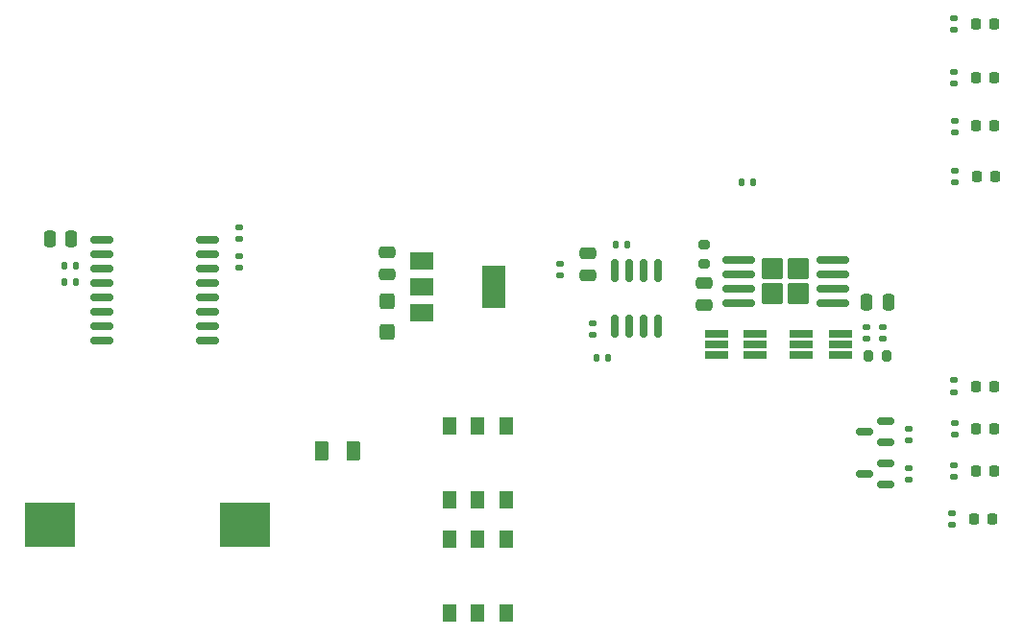
<source format=gbr>
%TF.GenerationSoftware,KiCad,Pcbnew,6.0.8-f2edbf62ab~116~ubuntu20.04.1*%
%TF.CreationDate,2022-10-28T14:46:09-03:00*%
%TF.ProjectId,+puntosV2,2b70756e-746f-4735-9632-2e6b69636164,rev?*%
%TF.SameCoordinates,Original*%
%TF.FileFunction,Paste,Top*%
%TF.FilePolarity,Positive*%
%FSLAX46Y46*%
G04 Gerber Fmt 4.6, Leading zero omitted, Abs format (unit mm)*
G04 Created by KiCad (PCBNEW 6.0.8-f2edbf62ab~116~ubuntu20.04.1) date 2022-10-28 14:46:09*
%MOMM*%
%LPD*%
G01*
G04 APERTURE LIST*
G04 Aperture macros list*
%AMRoundRect*
0 Rectangle with rounded corners*
0 $1 Rounding radius*
0 $2 $3 $4 $5 $6 $7 $8 $9 X,Y pos of 4 corners*
0 Add a 4 corners polygon primitive as box body*
4,1,4,$2,$3,$4,$5,$6,$7,$8,$9,$2,$3,0*
0 Add four circle primitives for the rounded corners*
1,1,$1+$1,$2,$3*
1,1,$1+$1,$4,$5*
1,1,$1+$1,$6,$7*
1,1,$1+$1,$8,$9*
0 Add four rect primitives between the rounded corners*
20,1,$1+$1,$2,$3,$4,$5,0*
20,1,$1+$1,$4,$5,$6,$7,0*
20,1,$1+$1,$6,$7,$8,$9,0*
20,1,$1+$1,$8,$9,$2,$3,0*%
G04 Aperture macros list end*
%ADD10RoundRect,0.218750X-0.218750X-0.256250X0.218750X-0.256250X0.218750X0.256250X-0.218750X0.256250X0*%
%ADD11RoundRect,0.250000X0.250000X0.475000X-0.250000X0.475000X-0.250000X-0.475000X0.250000X-0.475000X0*%
%ADD12RoundRect,0.135000X0.185000X-0.135000X0.185000X0.135000X-0.185000X0.135000X-0.185000X-0.135000X0*%
%ADD13RoundRect,0.150000X0.587500X0.150000X-0.587500X0.150000X-0.587500X-0.150000X0.587500X-0.150000X0*%
%ADD14RoundRect,0.250000X0.475000X-0.250000X0.475000X0.250000X-0.475000X0.250000X-0.475000X-0.250000X0*%
%ADD15R,1.200000X1.600000*%
%ADD16RoundRect,0.135000X-0.135000X-0.185000X0.135000X-0.185000X0.135000X0.185000X-0.135000X0.185000X0*%
%ADD17RoundRect,0.135000X-0.185000X0.135000X-0.185000X-0.135000X0.185000X-0.135000X0.185000X0.135000X0*%
%ADD18RoundRect,0.135000X0.135000X0.185000X-0.135000X0.185000X-0.135000X-0.185000X0.135000X-0.185000X0*%
%ADD19RoundRect,0.200000X0.200000X0.275000X-0.200000X0.275000X-0.200000X-0.275000X0.200000X-0.275000X0*%
%ADD20RoundRect,0.250001X-0.704999X-0.679999X0.704999X-0.679999X0.704999X0.679999X-0.704999X0.679999X0*%
%ADD21RoundRect,0.175000X-1.250000X-0.175000X1.250000X-0.175000X1.250000X0.175000X-1.250000X0.175000X0*%
%ADD22RoundRect,0.150000X-0.875000X-0.150000X0.875000X-0.150000X0.875000X0.150000X-0.875000X0.150000X0*%
%ADD23R,2.000000X0.650000*%
%ADD24RoundRect,0.140000X-0.170000X0.140000X-0.170000X-0.140000X0.170000X-0.140000X0.170000X0.140000X0*%
%ADD25RoundRect,0.200000X-0.275000X0.200000X-0.275000X-0.200000X0.275000X-0.200000X0.275000X0.200000X0*%
%ADD26RoundRect,0.250000X-0.375000X-0.625000X0.375000X-0.625000X0.375000X0.625000X-0.375000X0.625000X0*%
%ADD27RoundRect,0.250000X-0.425000X0.450000X-0.425000X-0.450000X0.425000X-0.450000X0.425000X0.450000X0*%
%ADD28RoundRect,0.218750X0.218750X0.256250X-0.218750X0.256250X-0.218750X-0.256250X0.218750X-0.256250X0*%
%ADD29RoundRect,0.150000X0.150000X-0.825000X0.150000X0.825000X-0.150000X0.825000X-0.150000X-0.825000X0*%
%ADD30R,4.500000X4.000000*%
%ADD31R,2.000000X1.500000*%
%ADD32R,2.000000X3.800000*%
%ADD33RoundRect,0.250000X-0.475000X0.250000X-0.475000X-0.250000X0.475000X-0.250000X0.475000X0.250000X0*%
G04 APERTURE END LIST*
D10*
%TO.C,D901*%
X136712500Y-76000000D03*
X138287500Y-76000000D03*
%TD*%
D11*
%TO.C,C203*%
X128950000Y-64860000D03*
X127050000Y-64860000D03*
%TD*%
D12*
%TO.C,R906*%
X130750000Y-80510000D03*
X130750000Y-79490000D03*
%TD*%
%TO.C,R902*%
X134750000Y-72760000D03*
X134750000Y-71740000D03*
%TD*%
D13*
%TO.C,Q902*%
X128687500Y-80950000D03*
X128687500Y-79050000D03*
X126812500Y-80000000D03*
%TD*%
D14*
%TO.C,C302*%
X84758000Y-62377000D03*
X84758000Y-60477000D03*
%TD*%
D15*
%TO.C,SW102*%
X90250000Y-75750000D03*
X92750000Y-75750000D03*
X95250000Y-75750000D03*
X90250000Y-82250000D03*
X92750000Y-82250000D03*
X95250000Y-82250000D03*
%TD*%
D10*
%TO.C,D201*%
X136712500Y-49250000D03*
X138287500Y-49250000D03*
%TD*%
D16*
%TO.C,R401*%
X103240000Y-69750000D03*
X104260000Y-69750000D03*
%TD*%
D17*
%TO.C,R901*%
X134787500Y-75490000D03*
X134787500Y-76510000D03*
%TD*%
D18*
%TO.C,R601*%
X117010000Y-54250000D03*
X115990000Y-54250000D03*
%TD*%
%TO.C,R802*%
X57310000Y-63100000D03*
X56290000Y-63100000D03*
%TD*%
D17*
%TO.C,R701*%
X100000000Y-61490000D03*
X100000000Y-62510000D03*
%TD*%
D10*
%TO.C,D301*%
X136712500Y-45000000D03*
X138287500Y-45000000D03*
%TD*%
D11*
%TO.C,C801*%
X56950000Y-59250000D03*
X55050000Y-59250000D03*
%TD*%
D19*
%TO.C,R202*%
X128825000Y-69550000D03*
X127175000Y-69550000D03*
%TD*%
D20*
%TO.C,U201*%
X121030000Y-64110000D03*
X121030000Y-61890000D03*
X118750000Y-61890000D03*
X118750000Y-64110000D03*
D21*
X115740000Y-61095000D03*
X115740000Y-62365000D03*
X115740000Y-63635000D03*
X115740000Y-64905000D03*
X124040000Y-64905000D03*
X124040000Y-63635000D03*
X124040000Y-62365000D03*
X124040000Y-61095000D03*
%TD*%
D10*
%TO.C,D902*%
X136712500Y-72250000D03*
X138287500Y-72250000D03*
%TD*%
D15*
%TO.C,SW101*%
X90250000Y-85750000D03*
X92750000Y-85750000D03*
X95250000Y-85750000D03*
X90250000Y-92250000D03*
X92750000Y-92250000D03*
X95250000Y-92250000D03*
%TD*%
D22*
%TO.C,U801*%
X59663600Y-59297800D03*
X59663600Y-60567800D03*
X59663600Y-61837800D03*
X59663600Y-63107800D03*
X59663600Y-64377800D03*
X59663600Y-65647800D03*
X59663600Y-66917800D03*
X59663600Y-68187800D03*
X68963600Y-68187800D03*
X68963600Y-66917800D03*
X68963600Y-65647800D03*
X68963600Y-64377800D03*
X68963600Y-63107800D03*
X68963600Y-61837800D03*
X68963600Y-60567800D03*
X68963600Y-59297800D03*
%TD*%
D17*
%TO.C,R903*%
X134750000Y-79250000D03*
X134750000Y-80270000D03*
%TD*%
D10*
%TO.C,D401*%
X136712500Y-40250000D03*
X138287500Y-40250000D03*
%TD*%
D23*
%TO.C,U203*%
X113790000Y-67600000D03*
X113790000Y-68550000D03*
X113790000Y-69500000D03*
X117210000Y-69500000D03*
X117210000Y-68550000D03*
X117210000Y-67600000D03*
%TD*%
D24*
%TO.C,C202*%
X127000000Y-67070000D03*
X127000000Y-68030000D03*
%TD*%
D25*
%TO.C,R201*%
X112750000Y-59785000D03*
X112750000Y-61435000D03*
%TD*%
D26*
%TO.C,F101*%
X79000000Y-78000000D03*
X81800000Y-78000000D03*
%TD*%
D12*
%TO.C,R203*%
X128500000Y-68060000D03*
X128500000Y-67040000D03*
%TD*%
D27*
%TO.C,C301*%
X84750000Y-64750000D03*
X84750000Y-67450000D03*
%TD*%
D16*
%TO.C,R703*%
X104897000Y-59732000D03*
X105917000Y-59732000D03*
%TD*%
D28*
%TO.C,D904*%
X138075000Y-84000000D03*
X136500000Y-84000000D03*
%TD*%
D12*
%TO.C,R403*%
X134761000Y-40760000D03*
X134761000Y-39740000D03*
%TD*%
D23*
%TO.C,U202*%
X121290000Y-67600000D03*
X121290000Y-68550000D03*
X121290000Y-69500000D03*
X124710000Y-69500000D03*
X124710000Y-68550000D03*
X124710000Y-67600000D03*
%TD*%
D12*
%TO.C,R204*%
X134800800Y-49830000D03*
X134800800Y-48810000D03*
%TD*%
%TO.C,R905*%
X134537500Y-84510000D03*
X134537500Y-83490000D03*
%TD*%
D17*
%TO.C,R301*%
X134750000Y-44490000D03*
X134750000Y-45510000D03*
%TD*%
%TO.C,R804*%
X71750000Y-60740000D03*
X71750000Y-61760000D03*
%TD*%
D29*
%TO.C,U701*%
X104845000Y-66975000D03*
X106115000Y-66975000D03*
X107385000Y-66975000D03*
X108655000Y-66975000D03*
X108655000Y-62025000D03*
X107385000Y-62025000D03*
X106115000Y-62025000D03*
X104845000Y-62025000D03*
%TD*%
D28*
%TO.C,D903*%
X138287500Y-79750000D03*
X136712500Y-79750000D03*
%TD*%
D12*
%TO.C,R702*%
X102907000Y-67742000D03*
X102907000Y-66722000D03*
%TD*%
D18*
%TO.C,R801*%
X57310000Y-61600000D03*
X56290000Y-61600000D03*
%TD*%
D12*
%TO.C,R205*%
X134787500Y-54250000D03*
X134787500Y-53230000D03*
%TD*%
D30*
%TO.C,BT801*%
X72250000Y-84500000D03*
X55050000Y-84500000D03*
%TD*%
D10*
%TO.C,D202*%
X136750000Y-53750000D03*
X138325000Y-53750000D03*
%TD*%
D14*
%TO.C,C201*%
X112750000Y-65060000D03*
X112750000Y-63160000D03*
%TD*%
D12*
%TO.C,R904*%
X130750000Y-77010000D03*
X130750000Y-75990000D03*
%TD*%
D13*
%TO.C,Q901*%
X128687500Y-77200000D03*
X128687500Y-75300000D03*
X126812500Y-76250000D03*
%TD*%
D12*
%TO.C,R803*%
X71750000Y-59260000D03*
X71750000Y-58240000D03*
%TD*%
D31*
%TO.C,U301*%
X87850000Y-61200000D03*
D32*
X94150000Y-63500000D03*
D31*
X87850000Y-63500000D03*
X87850000Y-65800000D03*
%TD*%
D33*
%TO.C,C701*%
X102500000Y-60550000D03*
X102500000Y-62450000D03*
%TD*%
M02*

</source>
